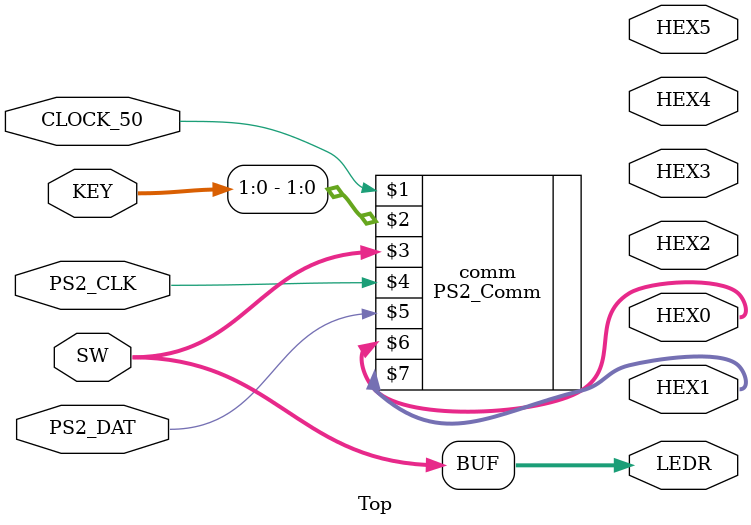
<source format=v>

`default_nettype none

module Top (CLOCK_50, KEY, SW, HEX0, HEX1, HEX2, HEX3, HEX4, HEX5, LEDR, 
        PS2_CLK, PS2_DAT);
    input  wire         CLOCK_50;   // DE-series 50 MHz clock signal
    input  wire [ 3: 0] KEY;        // DE-series pushbuttons
    input  wire [ 9: 0] SW;         // DE-series switches
    output wire [ 6: 0] HEX0;       // DE-series HEX displays
    output wire [ 6: 0] HEX1;
    output wire [ 6: 0] HEX2;
    output wire [ 6: 0] HEX3;
    output wire [ 6: 0] HEX4;
    output wire [ 6: 0] HEX5;
    output wire [ 9: 0] LEDR;       // DE-series LEDs

    inout  wire         PS2_CLK;
    inout  wire         PS2_DAT;

    assign LEDR = SW;

    PS2_Comm comm(CLOCK_50, KEY[1:0], SW, PS2_CLK, PS2_DAT, HEX0, HEX1);

endmodule


</source>
